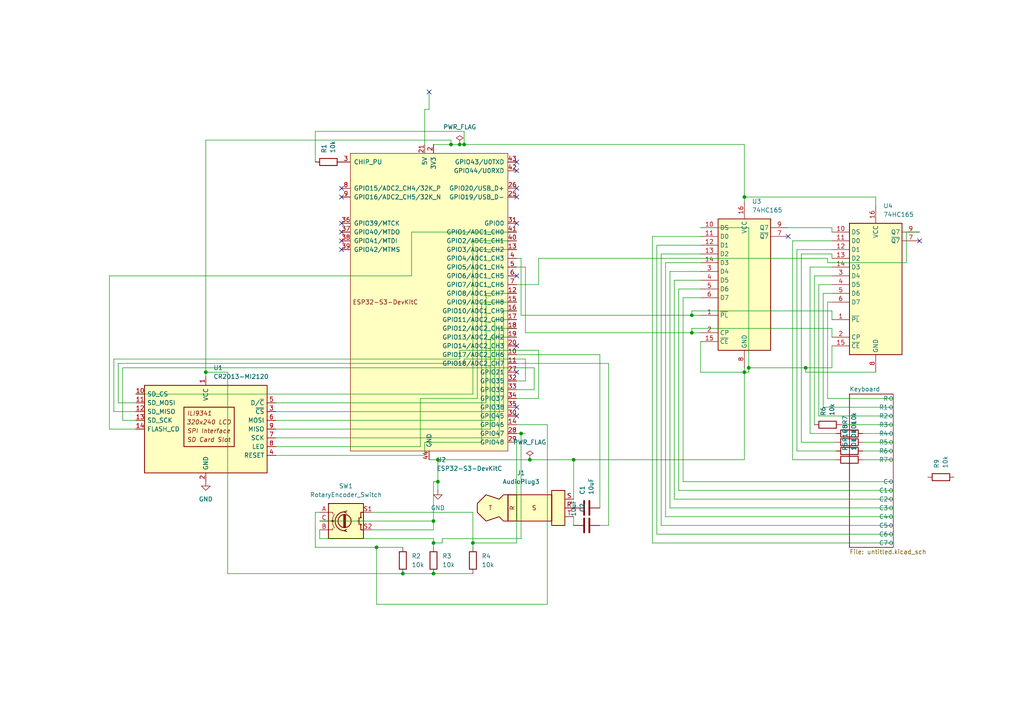
<source format=kicad_sch>
(kicad_sch (version 20250114) (generator "eeschema") (generator_version "9.0")
  (paper "A4")
  (lib_symbols
    (symbol "74xx:74HC165"
      (property "Reference" "U" (at -7.62 19.05 0))
      (property "Value" "74HC165" (at -7.62 -21.59 0))
      (symbol "74HC165_1_0"
        (pin input line (at -12.7 15.24 0) (length 5.08) (name "DS") (number "10"))
        (pin input line (at -12.7 12.7 0) (length 5.08) (name "D0") (number "11"))
        (pin input line (at -12.7 10.16 0) (length 5.08) (name "D1") (number "12"))
        (pin input line (at -12.7 7.62 0) (length 5.08) (name "D2") (number "13"))
        (pin input line (at -12.7 5.08 0) (length 5.08) (name "D3") (number "14"))
        (pin input line (at -12.7 2.54 0) (length 5.08) (name "D4") (number "3"))
        (pin input line (at -12.7 0 0) (length 5.08) (name "D5") (number "4"))
        (pin input line (at -12.7 -2.54 0) (length 5.08) (name "D6") (number "5"))
        (pin input line (at -12.7 -5.08 0) (length 5.08) (name "D7") (number "6"))
        (pin input line (at -12.7 -10.16 0) (length 5.08) (name "~{PL}") (number "1"))
        (pin input line (at -12.7 -15.24 0) (length 5.08) (name "CP") (number "2"))
        (pin input line (at -12.7 -17.78 0) (length 5.08) (name "~{CE}") (number "15"))
        (pin power_in line (at 0 22.86 270) (length 5.08) (name "VCC") (number "16"))
        (pin power_in line (at 0 -25.4 90) (length 5.08) (name "GND") (number "8"))
        (pin output line (at 12.7 15.24 180) (length 5.08) (name "Q7") (number "9"))
        (pin output line (at 12.7 12.7 180) (length 5.08) (name "~{Q7}") (number "7"))
      )
      (symbol "74HC165_1_1"
        (rectangle (start -7.62 17.78) (end 7.62 -20.32) (stroke (width 0.254)) (fill (type background)))
      )
    )
    (symbol "Connector_Audio:AudioPlug3"
      (property "Reference" "J" (at 1.27 6.35 0))
      (property "Value" "AudioPlug3" (at 1.27 -6.35 0))
      (symbol "AudioPlug3_0_0"
        (text "R" (at -2.54 0 900) (effects (font (size 1.27 1.27))))
      )
      (symbol "AudioPlug3_0_1"
        (rectangle (start -3.81 3.81) (end -1.27 -3.81) (stroke (width 0.254)))
        (rectangle (start -1.27 -1.27) (end -1.27 -1.27))
      )
      (symbol "AudioPlug3_1_0"
        (text "T" (at -8.89 0 0) (effects (font (size 1.27 1.27))))
        (text "S" (at 3.81 0 0) (effects (font (size 1.27 1.27))))
      )
      (symbol "AudioPlug3_1_1"
        (rectangle (start -3.81 3.81) (end 8.89 -3.81) (stroke (width 0.254)) (fill (type background)))
        (polyline (pts (xy -3.81 3.81) (xy -5.08 3.81) (xy -6.35 2.54) (xy -10.16 3.81) (xy -12.7 1.27) (xy -12.7 -1.27) (xy -10.16 -3.81) (xy -6.35 -2.54) (xy -5.08 -3.81) (xy -3.81 -3.81) (xy -3.81 3.81)) (stroke (width 0.254)) (fill (type background)))
        (rectangle (start 12.7 5.08) (end 8.89 -5.08) (stroke (width 0.254)) (fill (type background)))
        (pin passive line (at 15.24 2.54 180) (length 2.54) (name "~") (number "S"))
        (pin passive line (at 15.24 0 180) (length 2.54) (name "~") (number "R"))
        (pin passive line (at 15.24 -2.54 180) (length 2.54) (name "~") (number "T"))
      )
    )
    (symbol "Device:C" (pin_numbers (hide yes)) (pin_names (offset 0.254))
      (property "Reference" "C" (at 0.635 2.54 0))
      (property "Value" "C" (at 0.635 -2.54 0))
      (symbol "C_0_1"
        (polyline (pts (xy -2.032 0.762) (xy 2.032 0.762)) (stroke (width 0.508)))
        (polyline (pts (xy -2.032 -0.762) (xy 2.032 -0.762)) (stroke (width 0.508)))
      )
      (symbol "C_1_1"
        (pin passive line (at 0 3.81 270) (length 2.794) (name "~") (number "1"))
        (pin passive line (at 0 -3.81 90) (length 2.794) (name "~") (number "2"))
      )
    )
    (symbol "Device:R" (pin_numbers (hide yes)) (pin_names (offset 0))
      (property "Reference" "R" (at 2.032 0 90))
      (property "Value" "R" (at 0 0 90))
      (symbol "R_0_1"
        (rectangle (start -1.016 -2.54) (end 1.016 2.54) (stroke (width 0.254)))
      )
      (symbol "R_1_1"
        (pin passive line (at 0 3.81 270) (length 1.27) (name "~") (number "1"))
        (pin passive line (at 0 -3.81 90) (length 1.27) (name "~") (number "2"))
      )
    )
    (symbol "Device:RotaryEncoder_Switch" (pin_names (offset 0.254) (hide yes))
      (property "Reference" "SW" (at 0 6.604 0))
      (property "Value" "RotaryEncoder_Switch" (at 0 -6.604 0))
      (symbol "RotaryEncoder_Switch_0_1"
        (rectangle (start -5.08 5.08) (end 5.08 -5.08) (stroke (width 0.254)) (fill (type background)))
        (polyline (pts (xy -5.08 2.54) (xy -3.81 2.54) (xy -3.81 2.032)))
        (polyline (pts (xy -5.08 0) (xy -3.81 0) (xy -3.81 -1.016) (xy -3.302 -2.032)))
        (polyline (pts (xy -5.08 -2.54) (xy -3.81 -2.54) (xy -3.81 -2.032)))
        (polyline (pts (xy -4.318 0) (xy -3.81 0) (xy -3.81 1.016) (xy -3.302 2.032)))
        (circle (center -3.81 0) (radius 0.254) (fill (type outline)))
        (polyline (pts (xy -0.635 -1.778) (xy -0.635 1.778)) (stroke (width 0.254)))
        (circle (center -0.381 0) (radius 1.905) (stroke (width 0.254)))
        (polyline (pts (xy -0.381 -1.778) (xy -0.381 1.778)) (stroke (width 0.254)))
        (arc (start -0.381 -2.794) (mid -3.0988 -0.0635) (end -0.381 2.667) (stroke (width 0.254)))
        (polyline (pts (xy -0.127 1.778) (xy -0.127 -1.778)) (stroke (width 0.254)))
        (polyline (pts (xy 0.254 2.921) (xy -0.508 2.667) (xy 0.127 2.286)) (stroke (width 0.254)))
        (polyline (pts (xy 0.254 -3.048) (xy -0.508 -2.794) (xy 0.127 -2.413)) (stroke (width 0.254)))
        (polyline (pts (xy 3.81 1.016) (xy 3.81 -1.016)) (stroke (width 0.254)))
        (polyline (pts (xy 3.81 0) (xy 3.429 0)) (stroke (width 0.254)))
        (circle (center 4.318 1.016) (radius 0.127) (stroke (width 0.254)))
        (circle (center 4.318 -1.016) (radius 0.127) (stroke (width 0.254)))
        (polyline (pts (xy 5.08 2.54) (xy 4.318 2.54) (xy 4.318 1.016)) (stroke (width 0.254)))
        (polyline (pts (xy 5.08 -2.54) (xy 4.318 -2.54) (xy 4.318 -1.016)) (stroke (width 0.254)))
      )
      (symbol "RotaryEncoder_Switch_1_1"
        (pin passive line (at -7.62 2.54 0) (length 2.54) (name "A") (number "A"))
        (pin passive line (at -7.62 0 0) (length 2.54) (name "C") (number "C"))
        (pin passive line (at -7.62 -2.54 0) (length 2.54) (name "B") (number "B"))
        (pin passive line (at 7.62 2.54 180) (length 2.54) (name "S1") (number "S1"))
        (pin passive line (at 7.62 -2.54 180) (length 2.54) (name "S2") (number "S2"))
      )
    )
    (symbol "Driver_Display:CR2013-MI2120" (pin_names (offset 0.762))
      (property "Reference" "U" (at -17.526 13.97 0))
      (property "Value" "CR2013-MI2120" (at 1.905 13.97 0))
      (symbol "CR2013-MI2120_0_0"
        (text "ILI9341" (at -5.461 4.572 0) (effects (font (size 1.27 1.27) (italic yes)) (justify left)))
        (text "SPI Interface" (at -5.461 -0.508 0) (effects (font (size 1.27 1.27) (italic yes)) (justify left)))
        (text "SD Card Slot" (at -5.461 -3.048 0) (effects (font (size 1.27 1.27) (italic yes)) (justify left)))
        (text "320x240 LCD" (at 0.889 2.032 0) (effects (font (size 1.27 1.27) (italic yes))))
      )
      (symbol "CR2013-MI2120_0_1"
        (rectangle (start -17.78 12.7) (end 17.78 -12.7) (stroke (width 0.254)) (fill (type background)))
        (rectangle (start -6.35 6.35) (end 8.255 -5.08) (stroke (width 0.254)))
      )
      (symbol "CR2013-MI2120_1_1"
        (pin input line (at -20.32 10.16 0) (length 2.54) (name "SD_CS") (number "10"))
        (pin input line (at -20.32 7.62 0) (length 2.54) (name "SD_MOSI") (number "11"))
        (pin output line (at -20.32 5.08 0) (length 2.54) (name "SD_MISO") (number "12"))
        (pin input line (at -20.32 2.54 0) (length 2.54) (name "SD_SCK") (number "13"))
        (pin input line (at -20.32 0 0) (length 2.54) (name "FLASH_CD") (number "14"))
        (pin power_in line (at 0 15.24 270) (length 2.54) (name "VCC") (number "1"))
        (pin power_in line (at 0 -15.24 90) (length 2.54) (name "GND") (number "2"))
        (pin input line (at 20.32 7.62 180) (length 2.54) (name "D/~{C}") (number "5"))
        (pin input line (at 20.32 5.08 180) (length 2.54) (name "~{CS}") (number "3"))
        (pin input line (at 20.32 2.54 180) (length 2.54) (name "MOSI") (number "6"))
        (pin output line (at 20.32 0 180) (length 2.54) (name "MISO") (number "9"))
        (pin input line (at 20.32 -2.54 180) (length 2.54) (name "SCK") (number "7"))
        (pin input line (at 20.32 -5.08 180) (length 2.54) (name "LED") (number "8"))
        (pin input line (at 20.32 -7.62 180) (length 2.54) (name "RESET") (number "4"))
      )
    )
    (symbol "PCM_Espressif:ESP32-S3-DevKitC" (pin_names (offset 1.016))
      (property "Reference" "U" (at -22.86 48.26 0))
      (property "Value" "ESP32-S3-DevKitC" (at -22.86 45.72 0))
      (symbol "ESP32-S3-DevKitC_0_0"
        (text "ESP32-S3-DevKitC" (at -12.7 0 0) (effects (font (size 1.27 1.27))))
        (pin bidirectional line (at -25.4 15.24 0) (length 2.54) (name "GPIO42/MTMS") (number "39"))
        (pin power_in line (at 0 -45.72 90) (length 2.54) (name "GND") (number "44"))
        (pin bidirectional line (at 25.4 40.64 180) (length 2.54) (name "GPIO43/U0TXD") (number "43"))
        (pin bidirectional line (at 25.4 38.1 180) (length 2.54) (name "GPIO44/U0RXD") (number "42"))
        (pin bidirectional line (at 25.4 20.32 180) (length 2.54) (name "GPIO1/ADC1_CH0") (number "41"))
        (pin bidirectional line (at 25.4 17.78 180) (length 2.54) (name "GPIO2/ADC1_CH1") (number "40"))
        (pin bidirectional line (at 25.4 -10.16 180) (length 2.54) (name "GPIO13/ADC2_CH2") (number "19"))
        (pin bidirectional line (at 25.4 -35.56 180) (length 2.54) (name "GPIO46") (number "14"))
      )
      (symbol "ESP32-S3-DevKitC_0_1"
        (rectangle (start -22.86 43.18) (end 22.86 -43.18) (fill (type background)))
        (pin power_in line (at 1.27 45.72 270) (length 2.54) (name "3V3") (number "2"))
      )
      (symbol "ESP32-S3-DevKitC_1_1"
        (pin input line (at -25.4 40.64 0) (length 2.54) (name "CHIP_PU") (number "3"))
        (pin bidirectional line (at -25.4 33.02 0) (length 2.54) (name "GPIO15/ADC2_CH4/32K_P") (number "8"))
        (pin bidirectional line (at -25.4 30.48 0) (length 2.54) (name "GPIO16/ADC2_CH5/32K_N") (number "9"))
        (pin bidirectional line (at -25.4 22.86 0) (length 2.54) (name "GPIO39/MTCK") (number "36"))
        (pin bidirectional line (at -25.4 20.32 0) (length 2.54) (name "GPIO40/MTDO") (number "37"))
        (pin bidirectional line (at -25.4 17.78 0) (length 2.54) (name "GPIO41/MTDI") (number "38"))
        (pin power_in line (at -1.27 45.72 270) (length 2.54) (name "5V") (number "21"))
        (pin passive line (at 0 -45.72 90) (length 2.54) (hide yes) (name "GND") (number "22"))
        (pin passive line (at 0 -45.72 90) (length 2.54) (hide yes) (name "GND") (number "23"))
        (pin passive line (at 0 -45.72 90) (length 2.54) (hide yes) (name "GND") (number "24"))
        (pin passive line (at 1.27 45.72 270) (length 2.54) (hide yes) (name "3V3") (number "1"))
        (pin bidirectional line (at 25.4 33.02 180) (length 2.54) (name "GPIO20/USB_D+") (number "26"))
        (pin bidirectional line (at 25.4 30.48 180) (length 2.54) (name "GPIO19/USB_D-") (number "25"))
        (pin bidirectional line (at 25.4 22.86 180) (length 2.54) (name "GPIO0") (number "31"))
        (pin bidirectional line (at 25.4 15.24 180) (length 2.54) (name "GPIO3/ADC1_CH2") (number "13"))
        (pin bidirectional line (at 25.4 12.7 180) (length 2.54) (name "GPIO4/ADC1_CH3") (number "4"))
        (pin bidirectional line (at 25.4 10.16 180) (length 2.54) (name "GPIO5/ADC1_CH4") (number "5"))
        (pin bidirectional line (at 25.4 7.62 180) (length 2.54) (name "GPIO6/ADC1_CH5") (number "6"))
        (pin bidirectional line (at 25.4 5.08 180) (length 2.54) (name "GPIO7/ADC1_CH6") (number "7"))
        (pin bidirectional line (at 25.4 2.54 180) (length 2.54) (name "GPIO8/ADC1_CH7") (number "12"))
        (pin bidirectional line (at 25.4 0 180) (length 2.54) (name "GPIO9/ADC1_CH8") (number "15"))
        (pin bidirectional line (at 25.4 -2.54 180) (length 2.54) (name "GPIO10/ADC1_CH9") (number "16"))
        (pin bidirectional line (at 25.4 -5.08 180) (length 2.54) (name "GPIO11/ADC2_CH0") (number "17"))
        (pin bidirectional line (at 25.4 -7.62 180) (length 2.54) (name "GPIO12/ADC2_CH1") (number "18"))
        (pin bidirectional line (at 25.4 -12.7 180) (length 2.54) (name "GPIO14/ADC2_CH3") (number "20"))
        (pin bidirectional line (at 25.4 -15.24 180) (length 2.54) (name "GPIO17/ADC2_CH6") (number "10"))
        (pin bidirectional line (at 25.4 -17.78 180) (length 2.54) (name "GPIO18/ADC2_CH7") (number "11"))
        (pin bidirectional line (at 25.4 -20.32 180) (length 2.54) (name "GPIO21") (number "27"))
        (pin bidirectional line (at 25.4 -22.86 180) (length 2.54) (name "GPIO35") (number "32"))
        (pin bidirectional line (at 25.4 -25.4 180) (length 2.54) (name "GPIO36") (number "33"))
        (pin bidirectional line (at 25.4 -27.94 180) (length 2.54) (name "GPIO37") (number "34"))
        (pin bidirectional line (at 25.4 -30.48 180) (length 2.54) (name "GPIO38") (number "35"))
        (pin bidirectional line (at 25.4 -33.02 180) (length 2.54) (name "GPIO45") (number "30"))
        (pin bidirectional line (at 25.4 -38.1 180) (length 2.54) (name "GPIO47") (number "28"))
        (pin bidirectional line (at 25.4 -40.64 180) (length 2.54) (name "GPIO48") (number "29"))
      )
    )
    (symbol "power:GND" (power) (pin_numbers (hide yes)) (pin_names (offset 0) (hide yes))
      (property "Value" "GND" (at 0 -3.81 0))
      (symbol "GND_0_1"
        (polyline (pts (xy 0 0) (xy 0 -1.27) (xy 1.27 -1.27) (xy 0 -2.54) (xy -1.27 -1.27) (xy 0 -1.27)))
      )
      (symbol "GND_1_1"
        (pin power_in line (at 0 0 270) (length 0) (name "~") (number "1"))
      )
    )
    (symbol "power:PWR_FLAG" (power) (pin_numbers (hide yes)) (pin_names (offset 0) (hide yes))
      (property "Value" "PWR_FLAG" (at 0 3.81 0))
      (symbol "PWR_FLAG_0_0"
        (pin power_out line (at 0 0 90) (length 0) (name "~") (number "1"))
      )
      (symbol "PWR_FLAG_0_1"
        (polyline (pts (xy 0 0) (xy 0 1.27) (xy -1.016 1.905) (xy 0 2.54) (xy 1.016 1.905) (xy 0 1.27)))
      )
    )
  )
  (junction (at 59.69 107.95))
  (junction (at 217.17 106.68))
  (junction (at 130.81 41.91))
  (junction (at 134.62 41.91))
  (junction (at 109.22 158.75))
  (junction (at 151.13 125.73))
  (junction (at 125.73 151.13))
  (junction (at 166.37 133.35))
  (junction (at 200.66 91.44))
  (junction (at 133.35 41.91))
  (junction (at 127 133.35))
  (junction (at 137.16 157.48))
  (junction (at 215.9 107.95))
  (junction (at 233.68 106.68))
  (junction (at 125.73 166.37))
  (junction (at 125.73 157.48))
  (junction (at 116.84 166.37))
  (junction (at 127 139.7))
  (junction (at 200.66 96.52))
  (junction (at 215.9 57.15))
  (junction (at 153.67 133.35))
  (no_connect (at 99.06 57.15))
  (no_connect (at 149.86 80.01))
  (no_connect (at 149.86 118.11))
  (no_connect (at 99.06 69.85))
  (no_connect (at 99.06 54.61))
  (no_connect (at 266.7 69.85))
  (no_connect (at 99.06 67.31))
  (no_connect (at 149.86 100.33))
  (no_connect (at 99.06 64.77))
  (no_connect (at 149.86 49.53))
  (no_connect (at 149.86 120.65))
  (no_connect (at 149.86 57.15))
  (no_connect (at 149.86 107.95))
  (no_connect (at 99.06 72.39))
  (no_connect (at 228.6 68.58))
  (no_connect (at 149.86 46.99))
  (no_connect (at 124.46 26.67))
  (no_connect (at 149.86 54.61))
  (no_connect (at 149.86 64.77))
  (wire (pts (xy 149.86 123.19) (xy 158.75 123.19)))
  (wire (pts (xy 259.08 139.7) (xy 198.12 139.7)))
  (wire (pts (xy 153.67 133.35) (xy 127 133.35)))
  (wire (pts (xy 231.14 72.39) (xy 241.3 72.39)))
  (wire (pts (xy 259.08 147.32) (xy 194.31 147.32)))
  (wire (pts (xy 35.56 106.68) (xy 154.94 106.68)))
  (wire (pts (xy 146.05 119.38) (xy 146.05 90.17)))
  (wire (pts (xy 200.66 91.44) (xy 200.66 90.17)))
  (wire (pts (xy 92.71 156.21) (xy 92.71 153.67)))
  (wire (pts (xy 166.37 133.35) (xy 166.37 144.78)))
  (wire (pts (xy 259.08 123.19) (xy 243.84 123.19)))
  (wire (pts (xy 59.69 40.64) (xy 59.69 107.95)))
  (wire (pts (xy 241.3 66.04) (xy 241.3 67.31)))
  (wire (pts (xy 33.02 104.14) (xy 133.35 104.14)))
  (wire (pts (xy 130.81 41.91) (xy 130.81 40.64)))
  (wire (pts (xy 234.95 77.47) (xy 241.3 77.47)))
  (wire (pts (xy 215.9 57.15) (xy 215.9 58.42)))
  (wire (pts (xy 200.66 90.17) (xy 241.3 90.17)))
  (wire (pts (xy 196.85 83.82) (xy 203.2 83.82)))
  (wire (pts (xy 80.01 124.46) (xy 142.24 124.46)))
  (wire (pts (xy 125.73 153.67) (xy 125.73 151.13)))
  (wire (pts (xy 134.62 105.41) (xy 134.62 104.14)))
  (wire (pts (xy 237.49 82.55) (xy 241.3 82.55)))
  (wire (pts (xy 195.58 81.28) (xy 203.2 81.28)))
  (wire (pts (xy 143.51 121.92) (xy 143.51 92.71)))
  (wire (pts (xy 217.17 107.95) (xy 215.9 107.95)))
  (wire (pts (xy 236.22 80.01) (xy 236.22 123.19)))
  (wire (pts (xy 193.04 76.2) (xy 203.2 76.2)))
  (wire (pts (xy 137.16 114.3) (xy 137.16 69.85)))
  (wire (pts (xy 66.04 166.37) (xy 66.04 107.95)))
  (wire (pts (xy 123.19 31.75) (xy 124.46 31.75)))
  (wire (pts (xy 166.37 133.35) (xy 153.67 133.35)))
  (wire (pts (xy 107.95 153.67) (xy 125.73 153.67)))
  (wire (pts (xy 142.24 97.79) (xy 149.86 97.79)))
  (wire (pts (xy 236.22 80.01) (xy 241.3 80.01)))
  (wire (pts (xy 200.66 95.25) (xy 200.66 96.52)))
  (wire (pts (xy 152.4 110.49) (xy 149.86 110.49)))
  (wire (pts (xy 92.71 151.13) (xy 125.73 151.13)))
  (wire (pts (xy 203.2 91.44) (xy 200.66 91.44)))
  (wire (pts (xy 140.97 85.09) (xy 149.86 85.09)))
  (wire (pts (xy 158.75 175.26) (xy 109.22 175.26)))
  (wire (pts (xy 137.16 148.59) (xy 137.16 157.48)))
  (wire (pts (xy 151.13 125.73) (xy 152.4 125.73)))
  (wire (pts (xy 196.85 142.24) (xy 196.85 83.82)))
  (wire (pts (xy 123.19 128.27) (xy 139.7 128.27)))
  (wire (pts (xy 80.01 129.54) (xy 121.92 129.54)))
  (wire (pts (xy 144.78 127) (xy 144.78 95.25)))
  (wire (pts (xy 233.68 106.68) (xy 217.17 106.68)))
  (wire (pts (xy 242.57 133.35) (xy 229.87 133.35)))
  (wire (pts (xy 156.21 115.57) (xy 156.21 101.6)))
  (wire (pts (xy 217.17 106.68) (xy 217.17 107.95)))
  (wire (pts (xy 125.73 41.91) (xy 130.81 41.91)))
  (wire (pts (xy 234.95 125.73) (xy 234.95 77.47)))
  (wire (pts (xy 152.4 104.14) (xy 152.4 110.49)))
  (wire (pts (xy 134.62 104.14) (xy 152.4 104.14)))
  (wire (pts (xy 91.44 38.1) (xy 91.44 46.99)))
  (wire (pts (xy 191.77 73.66) (xy 203.2 73.66)))
  (wire (pts (xy 35.56 121.92) (xy 35.56 106.68)))
  (wire (pts (xy 121.92 115.57) (xy 138.43 115.57)))
  (wire (pts (xy 124.46 26.67) (xy 124.46 31.75)))
  (wire (pts (xy 143.51 92.71) (xy 149.86 92.71)))
  (wire (pts (xy 203.2 107.95) (xy 215.9 107.95)))
  (wire (pts (xy 198.12 86.36) (xy 203.2 86.36)))
  (wire (pts (xy 200.66 95.25) (xy 241.3 95.25)))
  (wire (pts (xy 109.22 175.26) (xy 109.22 158.75)))
  (wire (pts (xy 144.78 95.25) (xy 149.86 95.25)))
  (wire (pts (xy 215.9 106.68) (xy 215.9 107.95)))
  (wire (pts (xy 241.3 90.17) (xy 241.3 92.71)))
  (wire (pts (xy 34.29 105.41) (xy 134.62 105.41)))
  (wire (pts (xy 133.35 41.91) (xy 134.62 41.91)))
  (wire (pts (xy 190.5 154.94) (xy 190.5 71.12)))
  (wire (pts (xy 149.86 157.48) (xy 137.16 157.48)))
  (wire (pts (xy 80.01 132.08) (xy 123.19 132.08)))
  (wire (pts (xy 109.22 158.75) (xy 91.44 158.75)))
  (wire (pts (xy 123.19 132.08) (xy 123.19 128.27)))
  (wire (pts (xy 154.94 106.68) (xy 154.94 113.03)))
  (wire (pts (xy 242.57 125.73) (xy 234.95 125.73)))
  (wire (pts (xy 140.97 116.84) (xy 140.97 85.09)))
  (wire (pts (xy 259.08 133.35) (xy 250.19 133.35)))
  (wire (pts (xy 149.86 115.57) (xy 156.21 115.57)))
  (wire (pts (xy 134.62 38.1) (xy 91.44 38.1)))
  (wire (pts (xy 200.66 91.44) (xy 151.13 91.44)))
  (wire (pts (xy 156.21 74.93) (xy 156.21 82.55)))
  (wire (pts (xy 152.4 77.47) (xy 149.86 77.47)))
  (wire (pts (xy 119.38 80.01) (xy 31.75 80.01)))
  (wire (pts (xy 127 142.24) (xy 127 139.7)))
  (wire (pts (xy 130.81 41.91) (xy 133.35 41.91)))
  (wire (pts (xy 259.08 149.86) (xy 193.04 149.86)))
  (wire (pts (xy 91.44 148.59) (xy 92.71 148.59)))
  (wire (pts (xy 146.05 90.17) (xy 149.86 90.17)))
  (wire (pts (xy 195.58 144.78) (xy 195.58 81.28)))
  (wire (pts (xy 194.31 78.74) (xy 203.2 78.74)))
  (wire (pts (xy 200.66 96.52) (xy 152.4 96.52)))
  (wire (pts (xy 242.57 128.27) (xy 232.41 128.27)))
  (wire (pts (xy 237.49 120.65) (xy 237.49 82.55)))
  (wire (pts (xy 154.94 113.03) (xy 149.86 113.03)))
  (wire (pts (xy 232.41 73.66) (xy 241.3 73.66)))
  (wire (pts (xy 176.53 152.4) (xy 176.53 105.41)))
  (wire (pts (xy 133.35 104.14) (xy 133.35 101.6)))
  (wire (pts (xy 242.57 130.81) (xy 231.14 130.81)))
  (wire (pts (xy 240.03 74.93) (xy 156.21 74.93)))
  (wire (pts (xy 241.3 100.33) (xy 241.3 106.68)))
  (wire (pts (xy 66.04 166.37) (xy 116.84 166.37)))
  (wire (pts (xy 233.68 107.95) (xy 233.68 106.68)))
  (wire (pts (xy 127 139.7) (xy 127 133.35)))
  (wire (pts (xy 262.89 67.31) (xy 262.89 76.2)))
  (wire (pts (xy 80.01 121.92) (xy 143.51 121.92)))
  (wire (pts (xy 259.08 115.57) (xy 240.03 115.57)))
  (wire (pts (xy 91.44 158.75) (xy 91.44 148.59)))
  (wire (pts (xy 232.41 128.27) (xy 232.41 73.66)))
  (wire (pts (xy 240.03 87.63) (xy 241.3 87.63)))
  (wire (pts (xy 116.84 158.75) (xy 109.22 158.75)))
  (wire (pts (xy 198.12 139.7) (xy 198.12 86.36)))
  (wire (pts (xy 139.7 87.63) (xy 149.86 87.63)))
  (wire (pts (xy 238.76 118.11) (xy 238.76 85.09)))
  (wire (pts (xy 33.02 119.38) (xy 33.02 104.14)))
  (wire (pts (xy 31.75 80.01) (xy 31.75 124.46)))
  (wire (pts (xy 66.04 107.95) (xy 59.69 107.95)))
  (wire (pts (xy 152.4 96.52) (xy 152.4 77.47)))
  (wire (pts (xy 238.76 85.09) (xy 241.3 85.09)))
  (wire (pts (xy 151.13 125.73) (xy 151.13 156.21)))
  (wire (pts (xy 142.24 124.46) (xy 142.24 97.79)))
  (wire (pts (xy 116.84 166.37) (xy 125.73 166.37)))
  (wire (pts (xy 128.27 157.48) (xy 125.73 157.48)))
  (wire (pts (xy 240.03 76.2) (xy 240.03 74.93)))
  (wire (pts (xy 125.73 139.7) (xy 127 139.7)))
  (wire (pts (xy 229.87 133.35) (xy 229.87 69.85)))
  (wire (pts (xy 215.9 57.15) (xy 254 57.15)))
  (wire (pts (xy 259.08 125.73) (xy 250.19 125.73)))
  (wire (pts (xy 241.3 97.79) (xy 241.3 95.25)))
  (wire (pts (xy 259.08 118.11) (xy 238.76 118.11)))
  (wire (pts (xy 125.73 158.75) (xy 125.73 157.48)))
  (wire (pts (xy 259.08 142.24) (xy 196.85 142.24)))
  (wire (pts (xy 173.99 152.4) (xy 176.53 152.4)))
  (wire (pts (xy 166.37 149.86) (xy 166.37 152.4)))
  (wire (pts (xy 173.99 102.87) (xy 149.86 102.87)))
  (wire (pts (xy 151.13 74.93) (xy 149.86 74.93)))
  (wire (pts (xy 241.3 106.68) (xy 233.68 106.68)))
  (wire (pts (xy 254 59.69) (xy 254 57.15)))
  (wire (pts (xy 125.73 157.48) (xy 125.73 156.21)))
  (wire (pts (xy 151.13 91.44) (xy 151.13 74.93)))
  (wire (pts (xy 193.04 149.86) (xy 193.04 76.2)))
  (wire (pts (xy 259.08 130.81) (xy 250.19 130.81)))
  (wire (pts (xy 259.08 157.48) (xy 189.23 157.48)))
  (wire (pts (xy 266.7 67.31) (xy 262.89 67.31)))
  (wire (pts (xy 151.13 156.21) (xy 128.27 156.21)))
  (wire (pts (xy 80.01 119.38) (xy 146.05 119.38)))
  (wire (pts (xy 189.23 68.58) (xy 203.2 68.58)))
  (wire (pts (xy 194.31 147.32) (xy 194.31 78.74)))
  (wire (pts (xy 240.03 115.57) (xy 240.03 87.63)))
  (wire (pts (xy 173.99 147.32) (xy 173.99 102.87)))
  (wire (pts (xy 133.35 101.6) (xy 156.21 101.6)))
  (wire (pts (xy 137.16 157.48) (xy 137.16 158.75)))
  (wire (pts (xy 134.62 41.91) (xy 215.9 41.91)))
  (wire (pts (xy 107.95 148.59) (xy 137.16 148.59)))
  (wire (pts (xy 80.01 116.84) (xy 140.97 116.84)))
  (wire (pts (xy 229.87 69.85) (xy 241.3 69.85)))
  (wire (pts (xy 259.08 144.78) (xy 195.58 144.78)))
  (wire (pts (xy 241.3 66.04) (xy 228.6 66.04)))
  (wire (pts (xy 190.5 71.12) (xy 203.2 71.12)))
  (wire (pts (xy 125.73 156.21) (xy 92.71 156.21)))
  (wire (pts (xy 119.38 67.31) (xy 119.38 80.01)))
  (wire (pts (xy 34.29 116.84) (xy 34.29 105.41)))
  (wire (pts (xy 217.17 66.04) (xy 217.17 106.68)))
  (wire (pts (xy 203.2 96.52) (xy 200.66 96.52)))
  (wire (pts (xy 203.2 99.06) (xy 203.2 107.95)))
  (wire (pts (xy 121.92 129.54) (xy 121.92 115.57)))
  (wire (pts (xy 139.7 128.27) (xy 139.7 87.63)))
  (wire (pts (xy 156.21 82.55) (xy 149.86 82.55)))
  (wire (pts (xy 215.9 107.95) (xy 215.9 133.35)))
  (wire (pts (xy 241.3 73.66) (xy 241.3 74.93)))
  (wire (pts (xy 259.08 128.27) (xy 250.19 128.27)))
  (wire (pts (xy 259.08 154.94) (xy 190.5 154.94)))
  (wire (pts (xy 240.03 76.2) (xy 262.89 76.2)))
  (wire (pts (xy 259.08 152.4) (xy 191.77 152.4)))
  (wire (pts (xy 149.86 67.31) (xy 119.38 67.31)))
  (wire (pts (xy 203.2 66.04) (xy 217.17 66.04)))
  (wire (pts (xy 39.37 116.84) (xy 34.29 116.84)))
  (wire (pts (xy 123.19 41.91) (xy 123.19 31.75)))
  (wire (pts (xy 125.73 151.13) (xy 125.73 139.7)))
  (wire (pts (xy 149.86 105.41) (xy 176.53 105.41)))
  (wire (pts (xy 189.23 157.48) (xy 189.23 68.58)))
  (wire (pts (xy 254 107.95) (xy 233.68 107.95)))
  (wire (pts (xy 31.75 124.46) (xy 39.37 124.46)))
  (wire (pts (xy 149.86 125.73) (xy 151.13 125.73)))
  (wire (pts (xy 158.75 123.19) (xy 158.75 175.26)))
  (wire (pts (xy 215.9 41.91) (xy 215.9 57.15)))
  (wire (pts (xy 125.73 166.37) (xy 137.16 166.37)))
  (wire (pts (xy 128.27 156.21) (xy 128.27 157.48)))
  (wire (pts (xy 134.62 41.91) (xy 134.62 38.1)))
  (wire (pts (xy 191.77 152.4) (xy 191.77 73.66)))
  (wire (pts (xy 231.14 130.81) (xy 231.14 72.39)))
  (wire (pts (xy 127 133.35) (xy 124.46 133.35)))
  (wire (pts (xy 138.43 72.39) (xy 149.86 72.39)))
  (wire (pts (xy 149.86 128.27) (xy 149.86 157.48)))
  (wire (pts (xy 80.01 127) (xy 144.78 127)))
  (wire (pts (xy 39.37 114.3) (xy 137.16 114.3)))
  (wire (pts (xy 137.16 69.85) (xy 149.86 69.85)))
  (wire (pts (xy 39.37 119.38) (xy 33.02 119.38)))
  (wire (pts (xy 39.37 121.92) (xy 35.56 121.92)))
  (wire (pts (xy 215.9 133.35) (xy 166.37 133.35)))
  (wire (pts (xy 259.08 120.65) (xy 237.49 120.65)))
  (wire (pts (xy 138.43 115.57) (xy 138.43 72.39)))
  (wire (pts (xy 59.69 107.95) (xy 59.69 109.22)))
  (wire (pts (xy 130.81 40.64) (xy 59.69 40.64)))
  (symbol (lib_id "power:GND") (at 127 142.24 0) (unit 1)
    (property "Reference" "#PWR02" (effects (hide yes)))
    (property "Value" "GND" (at 127 147.32 0))
    (property "Description" "Power symbol creates a global label with name \"GND\" , ground" (effects (hide yes)))
  )
  (symbol (lib_id "Device:R") (at 137.16 162.56 0) (unit 1)
    (property "Reference" "R4" (at 139.7 161.2899 0) (effects (justify left)))
    (property "Value" "10k" (at 139.7 163.8299 0) (effects (justify left)))
    (property "Footprint" "Resistor_SMD:R_0805_2012Metric" (effects (hide yes)))
    (property "Description" "Resistor" (effects (hide yes)))
  )
  (symbol (lib_id "Device:R") (at 246.38 133.35 90) (unit 1)
    (property "Reference" "R5" (at 245.1099 130.81 0) (effects (justify left)))
    (property "Value" "10k" (at 247.6499 130.81 0) (effects (justify left)))
    (property "Footprint" "Resistor_SMD:R_0805_2012Metric" (effects (hide yes)))
    (property "Description" "Resistor" (effects (hide yes)))
  )
  (symbol (lib_id "Device:RotaryEncoder_Switch") (at 100.33 151.13 0) (unit 1)
    (property "Reference" "SW1" (at 100.33 140.97 0))
    (property "Value" "RotaryEncoder_Switch" (at 100.33 143.51 0))
    (property "Footprint" "Rotary_Encoder:RotaryEncoder_Bourns_Vertical_PEC12R-3x17F-Sxxxx" (effects (hide yes)))
    (property "Description" "Rotary encoder, dual channel, incremental quadrate outputs, with switch" (effects (hide yes)))
  )
  (symbol (lib_id "Device:R") (at 116.84 162.56 0) (unit 1)
    (property "Reference" "R2" (at 119.38 161.2899 0) (effects (justify left)))
    (property "Value" "10k" (at 119.38 163.8299 0) (effects (justify left)))
    (property "Footprint" "Resistor_SMD:R_0805_2012Metric" (effects (hide yes)))
    (property "Description" "Resistor" (effects (hide yes)))
  )
  (symbol (lib_id "74xx:74HC165") (at 215.9 81.28 0) (unit 1)
    (property "Reference" "U3" (at 218.0941 58.42 0) (effects (justify left)))
    (property "Value" "74HC165" (at 218.0941 60.96 0) (effects (justify left)))
    (property "Footprint" "Package_DIP:DIP-16_W7.62mm" (effects (hide yes)))
    (property "Datasheet" "https://assets.nexperia.com/documents/data-sheet/74HC_HCT165.pdf" (effects (hide yes)))
    (property "Description" "Shift Register, 8-bit, Parallel Load" (effects (hide yes)))
  )
  (symbol (lib_id "Device:R") (at 95.25 46.99 90) (unit 1)
    (property "Reference" "R1" (at 93.9799 44.45 0) (effects (justify left)))
    (property "Value" "10k" (at 96.5199 44.45 0) (effects (justify left)))
    (property "Footprint" "Resistor_SMD:R_0805_2012Metric" (effects (hide yes)))
    (property "Description" "Resistor" (effects (hide yes)))
  )
  (symbol (lib_id "power:PWR_FLAG") (at 133.35 41.91 0) (unit 1)
    (property "Reference" "#FLG02" (effects (hide yes)))
    (property "Value" "PWR_FLAG" (at 133.35 36.83 0))
    (property "Description" "Special symbol for telling ERC where power comes from" (effects (hide yes)))
  )
  (symbol (lib_id "Driver_Display:CR2013-MI2120") (at 59.69 124.46 0) (unit 1)
    (property "Reference" "U1" (at 61.8841 106.68 0) (effects (justify left)))
    (property "Value" "CR2013-MI2120" (at 61.8841 109.22 0) (effects (justify left)))
    (property "Footprint" "Display:CR2013-MI2120" (effects (hide yes)))
    (property "Datasheet" "http://pan.baidu.com/s/11Y990" (effects (hide yes)))
    (property "Description" "ILI9341 controller, SPI TFT LCD Display, 9-pin breakout PCB, 4-pin SD card interface, 5V/3.3V" (effects (hide yes)))
  )
  (symbol (lib_id "Device:R") (at 246.38 128.27 90) (unit 1)
    (property "Reference" "R8" (at 245.1099 125.73 0) (effects (justify left)))
    (property "Value" "10k" (at 247.6499 125.73 0) (effects (justify left)))
    (property "Footprint" "Resistor_SMD:R_0805_2012Metric" (effects (hide yes)))
    (property "Description" "Resistor" (effects (hide yes)))
  )
  (symbol (lib_id "Device:R") (at 272.9163 138.3953 90) (unit 1)
    (property "Reference" "R9" (at 271.6462 135.8553 0) (effects (justify left)))
    (property "Value" "10k" (at 274.1862 135.8553 0) (effects (justify left)))
    (property "Footprint" "Resistor_SMD:R_0805_2012Metric" (effects (hide yes)))
    (property "Description" "Resistor" (effects (hide yes)))
  )
  (symbol (lib_id "Device:C") (at 170.18 147.32 90) (unit 1)
    (property "Reference" "C1" (at 168.9099 143.51 0) (effects (justify left)))
    (property "Value" "10uF" (at 171.4499 143.51 0) (effects (justify left)))
    (property "Footprint" "Capacitor_SMD:C_0805_2012Metric" (effects (hide yes)))
    (property "Description" "Unpolarized capacitor" (effects (hide yes)))
  )
  (symbol (lib_id "power:PWR_FLAG") (at 153.67 133.35 0) (unit 1)
    (property "Reference" "#FLG03" (effects (hide yes)))
    (property "Value" "PWR_FLAG" (at 153.67 128.27 0))
    (property "Description" "Special symbol for telling ERC where power comes from" (effects (hide yes)))
  )
  (symbol (lib_id "Device:C") (at 170.18 152.4 90) (unit 1)
    (property "Reference" "C2" (at 168.9099 148.59 0) (effects (justify left)))
    (property "Value" "10uF" (at 166.3699 149.86 0) (effects (justify left)))
    (property "Footprint" "Capacitor_SMD:C_0805_2012Metric" (effects (hide yes)))
    (property "Description" "Unpolarized capacitor" (effects (hide yes)))
  )
  (symbol (lib_id "Device:R") (at 125.73 162.56 0) (unit 1)
    (property "Reference" "R3" (at 128.27 161.2899 0) (effects (justify left)))
    (property "Value" "10k" (at 128.27 163.8299 0) (effects (justify left)))
    (property "Footprint" "Resistor_SMD:R_0805_2012Metric" (effects (hide yes)))
    (property "Description" "Resistor" (effects (hide yes)))
  )
  (symbol (lib_id "Device:R") (at 246.38 125.73 90) (unit 1)
    (property "Reference" "R7" (at 245.1099 123.19 0) (effects (justify left)))
    (property "Value" "10k" (at 247.6499 123.19 0) (effects (justify left)))
    (property "Footprint" "Resistor_SMD:R_0805_2012Metric" (effects (hide yes)))
    (property "Description" "Resistor" (effects (hide yes)))
  )
  (symbol (lib_id "Connector_Audio:AudioPlug3") (at 151.13 147.32 0) (unit 1)
    (property "Reference" "J1" (at 151.13 137.16 0))
    (property "Value" "AudioPlug3" (at 151.13 139.7 0))
    (property "Footprint" "Connector_Audio:Jack_3.5mm_CUI_SJ1-3523N_Horizontal" (effects (hide yes)))
    (property "Description" "Audio Jack, 3 Poles (Stereo / TRS)" (effects (hide yes)))
  )
  (symbol (lib_id "PCM_Espressif:ESP32-S3-DevKitC") (at 124.46 87.63 0) (unit 1)
    (property "Reference" "U2" (at 126.6541 133.35 0) (effects (justify left)))
    (property "Value" "ESP32-S3-DevKitC" (at 126.6541 135.89 0) (effects (justify left)))
    (property "Footprint" "PCM_Espressif:ESP32-S3-DevKitC" (effects (hide yes)))
    (property "Description" "ESP32-S3-DevKitC" (effects (hide yes)))
  )
  (symbol (lib_id "power:GND") (at 59.69 139.7 0) (unit 1)
    (property "Reference" "#PWR01" (effects (hide yes)))
    (property "Value" "GND" (at 59.69 144.78 0))
    (property "Description" "Power symbol creates a global label with name \"GND\" , ground" (effects (hide yes)))
  )
  (symbol (lib_id "74xx:74HC165") (at 254 82.55 0) (unit 1)
    (property "Reference" "U4" (at 256.1941 59.69 0) (effects (justify left)))
    (property "Value" "74HC165" (at 256.1941 62.23 0) (effects (justify left)))
    (property "Footprint" "Package_DIP:DIP-16_W7.62mm" (effects (hide yes)))
    (property "Datasheet" "https://assets.nexperia.com/documents/data-sheet/74HC_HCT165.pdf" (effects (hide yes)))
    (property "Description" "Shift Register, 8-bit, Parallel Load" (effects (hide yes)))
  )
  (symbol (lib_id "Device:R") (at 240.03 123.19 90) (unit 1)
    (property "Reference" "R6" (at 238.7599 120.65 0) (effects (justify left)))
    (property "Value" "10k" (at 241.2999 120.65 0) (effects (justify left)))
    (property "Footprint" "Resistor_SMD:R_0805_2012Metric" (effects (hide yes)))
    (property "Description" "Resistor" (effects (hide yes)))
  )
  (symbol (lib_id "Device:R") (at 246.38 130.81 90) (unit 1)
    (property "Reference" "R10" (at 245.1099 128.27 0) (effects (justify left)))
    (property "Value" "10k" (at 247.6499 128.27 0) (effects (justify left)))
    (property "Footprint" "Resistor_SMD:R_0805_2012Metric" (effects (hide yes)))
    (property "Description" "Resistor" (effects (hide yes)))
  )
  (sheet (at 246.38 114.3) (size 12.7 44.45) (stroke (width 0.1524))
    (property "Sheetname" "Keyboard" (at 246.38 113.5884 0) (effects (justify left bottom)))
    (property "Sheetfile" "untitled.kicad_sch" (at 246.38 159.3346 0) (effects (justify left top)))
    (pin "C6" bidirectional (at 259.08 154.94 0))
    (pin "C7" bidirectional (at 259.08 157.48 0))
    (pin "R" bidirectional (at 259.08 115.57 0))
    (pin "R1" bidirectional (at 259.08 118.11 0))
    (pin "R3" bidirectional (at 259.08 123.19 0))
    (pin "R2" bidirectional (at 259.08 120.65 0))
    (pin "R4" bidirectional (at 259.08 125.73 0))
    (pin "R5" bidirectional (at 259.08 128.27 0))
    (pin "R6" bidirectional (at 259.08 130.81 0))
    (pin "R7" bidirectional (at 259.08 133.35 0))
    (pin "C" bidirectional (at 259.08 139.7 0))
    (pin "C1" bidirectional (at 259.08 142.24 0))
    (pin "C2" bidirectional (at 259.08 144.78 0))
    (pin "C3" bidirectional (at 259.08 147.32 0))
    (pin "C4" bidirectional (at 259.08 149.86 0))
    (pin "C5" bidirectional (at 259.08 152.4 0))
  )
)
</source>
